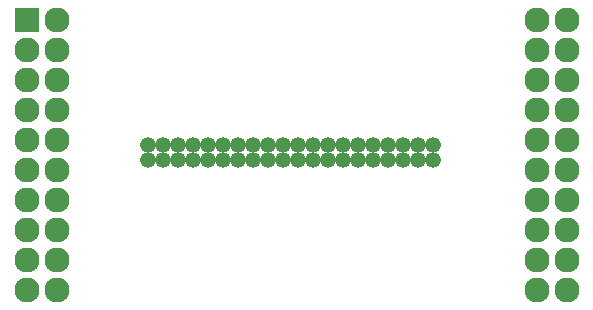
<source format=gbs>
G04 #@! TF.FileFunction,Soldermask,Bot*
%FSLAX46Y46*%
G04 Gerber Fmt 4.6, Leading zero omitted, Abs format (unit mm)*
G04 Created by KiCad (PCBNEW 4.0.2-stable) date Thu May 19 22:00:52 2016*
%MOMM*%
G01*
G04 APERTURE LIST*
%ADD10C,0.100000*%
%ADD11C,1.325000*%
%ADD12R,2.127200X2.127200*%
%ADD13O,2.127200X2.127200*%
G04 APERTURE END LIST*
D10*
D11*
X135890000Y-105410000D03*
X135890000Y-104140000D03*
X137160000Y-105410000D03*
X137160000Y-104140000D03*
X138430000Y-105410000D03*
X138430000Y-104140000D03*
X139700000Y-105410000D03*
X139700000Y-104140000D03*
X140970000Y-105410000D03*
X140970000Y-104140000D03*
X142240000Y-105410000D03*
X142240000Y-104140000D03*
X143510000Y-105410000D03*
X143510000Y-104140000D03*
X144780000Y-105410000D03*
X144780000Y-104140000D03*
X146050000Y-105410000D03*
X146050000Y-104140000D03*
X147320000Y-105410000D03*
X147320000Y-104140000D03*
X148590000Y-105410000D03*
X148590000Y-104140000D03*
X149860000Y-105410000D03*
X149860000Y-104140000D03*
X151130000Y-105410000D03*
X151130000Y-104140000D03*
X152400000Y-105410000D03*
X152400000Y-104140000D03*
X153670000Y-105410000D03*
X153670000Y-104140000D03*
X154940000Y-105410000D03*
X154940000Y-104140000D03*
X156210000Y-105410000D03*
X156210000Y-104140000D03*
X157480000Y-105410000D03*
X157480000Y-104140000D03*
X158750000Y-105410000D03*
X158750000Y-104140000D03*
X160020000Y-105410000D03*
X160020000Y-104140000D03*
D12*
X125641100Y-93573600D03*
D13*
X128181100Y-93573600D03*
X125641100Y-96113600D03*
X128181100Y-96113600D03*
X125641100Y-98653600D03*
X128181100Y-98653600D03*
X125641100Y-101193600D03*
X128181100Y-101193600D03*
X125641100Y-103733600D03*
X128181100Y-103733600D03*
X125641100Y-106273600D03*
X128181100Y-106273600D03*
X125641100Y-108813600D03*
X128181100Y-108813600D03*
X125641100Y-111353600D03*
X128181100Y-111353600D03*
X125641100Y-113893600D03*
X128181100Y-113893600D03*
X125641100Y-116433600D03*
X128181100Y-116433600D03*
X168821100Y-93573600D03*
X171361100Y-93573600D03*
X168821100Y-96113600D03*
X171361100Y-96113600D03*
X168821100Y-98653600D03*
X171361100Y-98653600D03*
X168821100Y-101193600D03*
X171361100Y-101193600D03*
X168821100Y-103733600D03*
X171361100Y-103733600D03*
X168821100Y-106273600D03*
X171361100Y-106273600D03*
X168821100Y-108813600D03*
X171361100Y-108813600D03*
X168821100Y-111353600D03*
X171361100Y-111353600D03*
X168821100Y-113893600D03*
X171361100Y-113893600D03*
X168821100Y-116433600D03*
X171361100Y-116433600D03*
M02*

</source>
